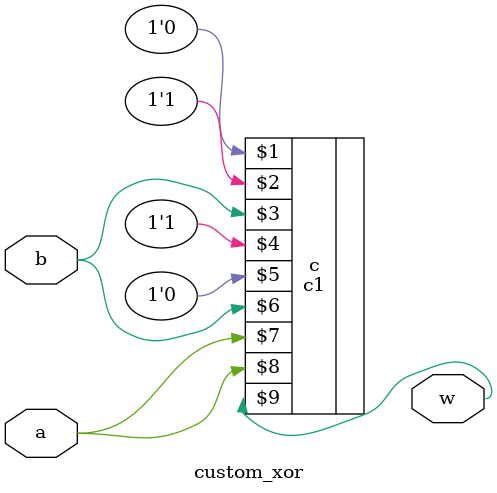
<source format=v>
module custom_xor(input a,b,output w);
    c1 c(1'b0 , 1'b1 , b , 1'b1 , 1'b0 ,b , a , a,w);
endmodule
</source>
